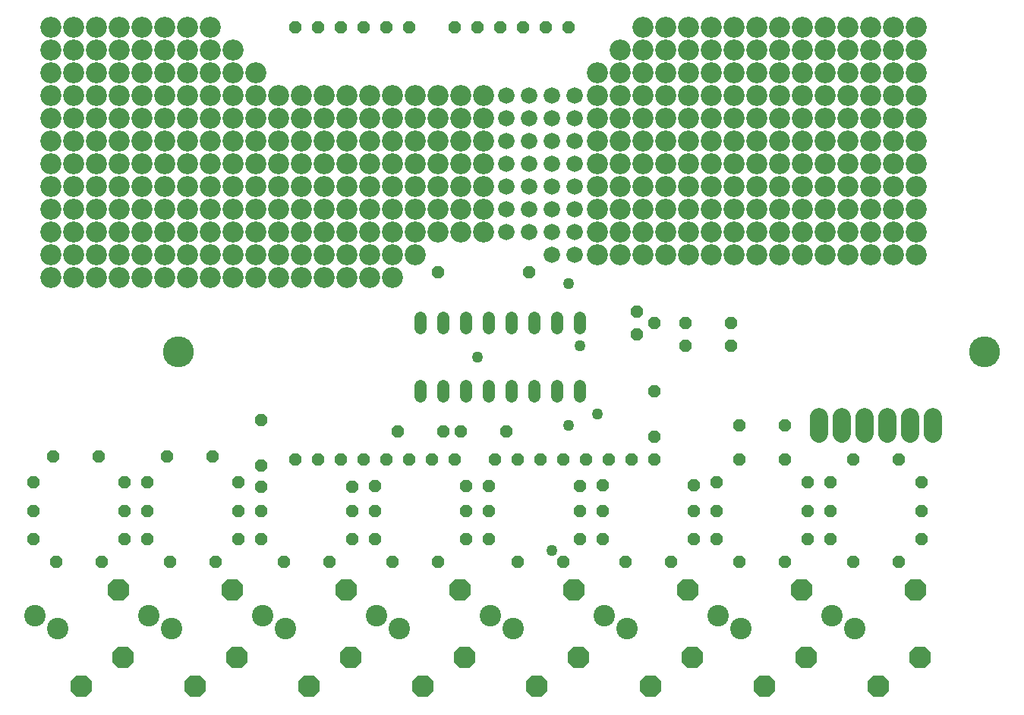
<source format=gbs>
G75*
G70*
%OFA0B0*%
%FSLAX24Y24*%
%IPPOS*%
%LPD*%
%AMOC8*
5,1,8,0,0,1.08239X$1,22.5*
%
%ADD10OC8,0.0945*%
%ADD11C,0.0945*%
%ADD12OC8,0.0540*%
%ADD13C,0.0540*%
%ADD14C,0.0800*%
%ADD15OC8,0.0560*%
%ADD16C,0.1360*%
%ADD17C,0.0496*%
%ADD18C,0.0920*%
%ADD19C,0.0720*%
D10*
X005031Y002368D03*
X006881Y003648D03*
X010031Y002368D03*
X011881Y003648D03*
X015031Y002368D03*
X016881Y003648D03*
X020031Y002368D03*
X021881Y003648D03*
X025031Y002368D03*
X026881Y003648D03*
X030031Y002368D03*
X031881Y003648D03*
X035031Y002368D03*
X036881Y003648D03*
X040031Y002368D03*
X041881Y003648D03*
X041671Y006598D03*
X036671Y006598D03*
X031671Y006598D03*
X026671Y006598D03*
X021671Y006598D03*
X016671Y006598D03*
X011671Y006598D03*
X006671Y006598D03*
D11*
X008021Y005458D03*
X009011Y004908D03*
X013021Y005458D03*
X014011Y004908D03*
X018021Y005458D03*
X019011Y004908D03*
X023021Y005458D03*
X024011Y004908D03*
X028021Y005458D03*
X029011Y004908D03*
X033021Y005458D03*
X034011Y004908D03*
X038021Y005458D03*
X039011Y004908D03*
X004011Y004908D03*
X003021Y005458D03*
D12*
X003951Y007838D03*
X002951Y008838D03*
X002951Y010088D03*
X002951Y011338D03*
X003826Y012463D03*
X005826Y012463D03*
X006951Y011338D03*
X007951Y011338D03*
X007951Y010088D03*
X006951Y010088D03*
X006951Y008838D03*
X007951Y008838D03*
X008951Y007838D03*
X010951Y007838D03*
X011951Y008838D03*
X012951Y008838D03*
X013939Y007838D03*
X015939Y007838D03*
X016951Y008838D03*
X017951Y008838D03*
X018701Y007838D03*
X020701Y007838D03*
X021951Y008838D03*
X022951Y008838D03*
X024201Y007838D03*
X026201Y007838D03*
X026951Y008838D03*
X027951Y008838D03*
X028951Y007838D03*
X030951Y007838D03*
X031951Y008838D03*
X032951Y008838D03*
X033951Y007838D03*
X035951Y007838D03*
X036951Y008838D03*
X037951Y008838D03*
X038951Y007838D03*
X040951Y007838D03*
X041951Y008838D03*
X041951Y010088D03*
X041951Y011338D03*
X040951Y012338D03*
X038951Y012338D03*
X037951Y011338D03*
X036951Y011338D03*
X036951Y010088D03*
X037951Y010088D03*
X035951Y012338D03*
X033951Y012338D03*
X032951Y011338D03*
X031951Y011213D03*
X031951Y010088D03*
X032951Y010088D03*
X030201Y013338D03*
X030201Y015338D03*
X031576Y017338D03*
X031576Y018338D03*
X030201Y018338D03*
X029451Y017838D03*
X029451Y018838D03*
X033576Y018338D03*
X033576Y017338D03*
X033951Y013838D03*
X035951Y013838D03*
X027951Y011213D03*
X026951Y011188D03*
X026951Y010088D03*
X027951Y010088D03*
X022951Y010088D03*
X021951Y010088D03*
X021951Y011188D03*
X022951Y011188D03*
X023701Y013588D03*
X021701Y013588D03*
X020951Y013588D03*
X018951Y013588D03*
X017951Y011188D03*
X016951Y011151D03*
X016951Y010088D03*
X017951Y010088D03*
X012951Y010088D03*
X011951Y010088D03*
X011951Y011338D03*
X012951Y011151D03*
X012951Y012088D03*
X010826Y012463D03*
X008826Y012463D03*
X012951Y014088D03*
X005951Y007838D03*
X020701Y020588D03*
X024701Y020588D03*
D13*
X024951Y018578D02*
X024951Y018098D01*
X023951Y018098D02*
X023951Y018578D01*
X022951Y018578D02*
X022951Y018098D01*
X021951Y018098D02*
X021951Y018578D01*
X020951Y018578D02*
X020951Y018098D01*
X019951Y018098D02*
X019951Y018578D01*
X019951Y015578D02*
X019951Y015098D01*
X020951Y015098D02*
X020951Y015578D01*
X021951Y015578D02*
X021951Y015098D01*
X022951Y015098D02*
X022951Y015578D01*
X023951Y015578D02*
X023951Y015098D01*
X024951Y015098D02*
X024951Y015578D01*
X025951Y015578D02*
X025951Y015098D01*
X026951Y015098D02*
X026951Y015578D01*
X026951Y018098D02*
X026951Y018578D01*
X025951Y018578D02*
X025951Y018098D01*
D14*
X037451Y014208D02*
X037451Y013468D01*
X038451Y013468D02*
X038451Y014208D01*
X039451Y014208D02*
X039451Y013468D01*
X040451Y013468D02*
X040451Y014208D01*
X041451Y014208D02*
X041451Y013468D01*
X042451Y013468D02*
X042451Y014208D01*
D15*
X030201Y012338D03*
X029201Y012338D03*
X028201Y012338D03*
X027201Y012338D03*
X026201Y012338D03*
X025201Y012338D03*
X024201Y012338D03*
X023201Y012338D03*
X021451Y012338D03*
X020451Y012338D03*
X019451Y012338D03*
X018451Y012338D03*
X017451Y012338D03*
X016451Y012338D03*
X015451Y012338D03*
X014451Y012338D03*
X014451Y031338D03*
X015451Y031338D03*
X016451Y031338D03*
X017451Y031338D03*
X018451Y031338D03*
X019451Y031338D03*
X021451Y031338D03*
X022451Y031338D03*
X023451Y031338D03*
X024451Y031338D03*
X025451Y031338D03*
X026451Y031338D03*
D16*
X009301Y017088D03*
X044701Y017088D03*
D17*
X027701Y014338D03*
X026451Y013838D03*
X022451Y016838D03*
X026951Y017338D03*
X026451Y020088D03*
X025701Y008338D03*
D18*
X018701Y020338D03*
X017701Y020338D03*
X016701Y020338D03*
X015701Y020338D03*
X014701Y020338D03*
X013701Y020338D03*
X012701Y020338D03*
X011701Y020338D03*
X010701Y020338D03*
X009701Y020338D03*
X008701Y020338D03*
X007701Y020338D03*
X006701Y020338D03*
X005701Y020338D03*
X004701Y020338D03*
X003701Y020338D03*
X003701Y021338D03*
X004701Y021338D03*
X005701Y021338D03*
X006701Y021338D03*
X007701Y021338D03*
X008701Y021338D03*
X009701Y021338D03*
X010701Y021338D03*
X011701Y021338D03*
X012701Y021338D03*
X013701Y021338D03*
X014701Y021338D03*
X015701Y021338D03*
X016701Y021338D03*
X017701Y021338D03*
X018701Y021338D03*
X019701Y021338D03*
X019701Y022338D03*
X018701Y022338D03*
X017701Y022338D03*
X016701Y022338D03*
X015701Y022338D03*
X014701Y022338D03*
X013701Y022338D03*
X012701Y022338D03*
X011701Y022338D03*
X010701Y022338D03*
X009701Y022338D03*
X008701Y022338D03*
X007701Y022338D03*
X006701Y022338D03*
X005701Y022338D03*
X004701Y022338D03*
X003701Y022338D03*
X003701Y023338D03*
X004701Y023338D03*
X005701Y023338D03*
X006701Y023338D03*
X007701Y023338D03*
X008701Y023338D03*
X009701Y023338D03*
X010701Y023338D03*
X011701Y023338D03*
X012701Y023338D03*
X013701Y023338D03*
X014701Y023338D03*
X015701Y023338D03*
X016701Y023338D03*
X017701Y023338D03*
X018701Y023338D03*
X019701Y023338D03*
X020701Y023338D03*
X021701Y023338D03*
X022701Y023338D03*
X022701Y022338D03*
X021701Y022338D03*
X020701Y022338D03*
X020701Y024338D03*
X019701Y024338D03*
X018701Y024338D03*
X017701Y024338D03*
X016701Y024338D03*
X015701Y024338D03*
X014701Y024338D03*
X013701Y024338D03*
X012701Y024338D03*
X011701Y024338D03*
X010701Y024338D03*
X009701Y024338D03*
X008701Y024338D03*
X007701Y024338D03*
X006701Y024338D03*
X005701Y024338D03*
X004701Y024338D03*
X003701Y024338D03*
X003701Y025338D03*
X004701Y025338D03*
X005701Y025338D03*
X006701Y025338D03*
X007701Y025338D03*
X008701Y025338D03*
X009701Y025338D03*
X010701Y025338D03*
X011701Y025338D03*
X012701Y025338D03*
X013701Y025338D03*
X014701Y025338D03*
X015701Y025338D03*
X016701Y025338D03*
X017701Y025338D03*
X018701Y025338D03*
X019701Y025338D03*
X020701Y025338D03*
X021701Y025338D03*
X022701Y025338D03*
X022701Y024338D03*
X021701Y024338D03*
X021701Y026338D03*
X020701Y026338D03*
X019701Y026338D03*
X018701Y026338D03*
X017701Y026338D03*
X016701Y026338D03*
X015701Y026338D03*
X014701Y026338D03*
X013701Y026338D03*
X012701Y026338D03*
X011701Y026338D03*
X010701Y026338D03*
X009701Y026338D03*
X008701Y026338D03*
X007701Y026338D03*
X006701Y026338D03*
X005701Y026338D03*
X004701Y026338D03*
X003701Y026338D03*
X003701Y027338D03*
X004701Y027338D03*
X005701Y027338D03*
X006701Y027338D03*
X007701Y027338D03*
X008701Y027338D03*
X009701Y027338D03*
X010701Y027338D03*
X011701Y027338D03*
X012701Y027338D03*
X013701Y027338D03*
X014701Y027338D03*
X015701Y027338D03*
X016701Y027338D03*
X017701Y027338D03*
X018701Y027338D03*
X019701Y027338D03*
X020701Y027338D03*
X021701Y027338D03*
X022701Y027338D03*
X022701Y026338D03*
X022701Y028338D03*
X021701Y028338D03*
X020701Y028338D03*
X019701Y028338D03*
X018701Y028338D03*
X017701Y028338D03*
X016701Y028338D03*
X015701Y028338D03*
X014701Y028338D03*
X013701Y028338D03*
X012701Y028338D03*
X011701Y028338D03*
X010701Y028338D03*
X009701Y028338D03*
X008701Y028338D03*
X007701Y028338D03*
X006701Y028338D03*
X005701Y028338D03*
X004701Y028338D03*
X003701Y028338D03*
X003701Y029338D03*
X004701Y029338D03*
X005701Y029338D03*
X006701Y029338D03*
X007701Y029338D03*
X008701Y029338D03*
X009701Y029338D03*
X010701Y029338D03*
X011701Y029338D03*
X012701Y029338D03*
X011701Y030338D03*
X010701Y030338D03*
X009701Y030338D03*
X008701Y030338D03*
X007701Y030338D03*
X006701Y030338D03*
X005701Y030338D03*
X004701Y030338D03*
X003701Y030338D03*
X003701Y031338D03*
X004701Y031338D03*
X005701Y031338D03*
X006701Y031338D03*
X007701Y031338D03*
X008701Y031338D03*
X009701Y031338D03*
X010701Y031338D03*
X027701Y029338D03*
X028701Y029338D03*
X029701Y029338D03*
X030701Y029338D03*
X031701Y029338D03*
X031701Y028338D03*
X030701Y028338D03*
X029701Y028338D03*
X028701Y028338D03*
X027701Y028338D03*
X027701Y027338D03*
X028701Y027338D03*
X029701Y027338D03*
X030701Y027338D03*
X031701Y027338D03*
X031701Y026338D03*
X030701Y026338D03*
X029701Y026338D03*
X028701Y026338D03*
X027701Y026338D03*
X027701Y025338D03*
X028701Y025338D03*
X029701Y025338D03*
X030701Y025338D03*
X031701Y025338D03*
X031701Y024338D03*
X030701Y024338D03*
X029701Y024338D03*
X028701Y024338D03*
X027701Y024338D03*
X027701Y023338D03*
X028701Y023338D03*
X029701Y023338D03*
X030701Y023338D03*
X031701Y023338D03*
X031701Y022338D03*
X030701Y022338D03*
X029701Y022338D03*
X028701Y022338D03*
X027701Y022338D03*
X027701Y021338D03*
X028701Y021338D03*
X029701Y021338D03*
X030701Y021338D03*
X031701Y021338D03*
X032701Y021338D03*
X033701Y021338D03*
X034701Y021338D03*
X035701Y021338D03*
X036701Y021338D03*
X037701Y021338D03*
X038701Y021338D03*
X039701Y021338D03*
X040701Y021338D03*
X041701Y021338D03*
X041701Y022338D03*
X040701Y022338D03*
X039701Y022338D03*
X038701Y022338D03*
X037701Y022338D03*
X036701Y022338D03*
X035701Y022338D03*
X034701Y022338D03*
X033701Y022338D03*
X032701Y022338D03*
X032701Y023338D03*
X033701Y023338D03*
X034701Y023338D03*
X035701Y023338D03*
X036701Y023338D03*
X037701Y023338D03*
X038701Y023338D03*
X039701Y023338D03*
X040701Y023338D03*
X041701Y023338D03*
X041701Y024338D03*
X040701Y024338D03*
X039701Y024338D03*
X038701Y024338D03*
X037701Y024338D03*
X036701Y024338D03*
X035701Y024338D03*
X034701Y024338D03*
X033701Y024338D03*
X032701Y024338D03*
X032701Y025338D03*
X033701Y025338D03*
X034701Y025338D03*
X035701Y025338D03*
X036701Y025338D03*
X037701Y025338D03*
X038701Y025338D03*
X039701Y025338D03*
X040701Y025338D03*
X041701Y025338D03*
X041701Y026338D03*
X040701Y026338D03*
X039701Y026338D03*
X038701Y026338D03*
X037701Y026338D03*
X036701Y026338D03*
X035701Y026338D03*
X034701Y026338D03*
X033701Y026338D03*
X032701Y026338D03*
X032701Y027338D03*
X033701Y027338D03*
X034701Y027338D03*
X035701Y027338D03*
X036701Y027338D03*
X037701Y027338D03*
X038701Y027338D03*
X039701Y027338D03*
X040701Y027338D03*
X041701Y027338D03*
X041701Y028338D03*
X040701Y028338D03*
X039701Y028338D03*
X038701Y028338D03*
X037701Y028338D03*
X036701Y028338D03*
X035701Y028338D03*
X034701Y028338D03*
X033701Y028338D03*
X032701Y028338D03*
X032701Y029338D03*
X033701Y029338D03*
X034701Y029338D03*
X035701Y029338D03*
X036701Y029338D03*
X037701Y029338D03*
X038701Y029338D03*
X039701Y029338D03*
X040701Y029338D03*
X041701Y029338D03*
X041701Y030338D03*
X040701Y030338D03*
X039701Y030338D03*
X038701Y030338D03*
X037701Y030338D03*
X036701Y030338D03*
X035701Y030338D03*
X034701Y030338D03*
X033701Y030338D03*
X032701Y030338D03*
X031701Y030338D03*
X030701Y030338D03*
X029701Y030338D03*
X028701Y030338D03*
X029701Y031338D03*
X030701Y031338D03*
X031701Y031338D03*
X032701Y031338D03*
X033701Y031338D03*
X034701Y031338D03*
X035701Y031338D03*
X036701Y031338D03*
X037701Y031338D03*
X038701Y031338D03*
X039701Y031338D03*
X040701Y031338D03*
X041701Y031338D03*
D19*
X026701Y028338D03*
X025701Y028338D03*
X024701Y028338D03*
X023701Y028338D03*
X023701Y027338D03*
X024701Y027338D03*
X025701Y027338D03*
X026701Y027338D03*
X026701Y026338D03*
X025701Y026338D03*
X024701Y026338D03*
X023701Y026338D03*
X023701Y025338D03*
X024701Y025338D03*
X025701Y025338D03*
X026701Y025338D03*
X026701Y024338D03*
X025701Y024338D03*
X024701Y024338D03*
X023701Y024338D03*
X023701Y023338D03*
X024701Y023338D03*
X025701Y023338D03*
X026701Y023338D03*
X026701Y022338D03*
X025701Y022338D03*
X024701Y022338D03*
X023701Y022338D03*
X025701Y021338D03*
X026701Y021338D03*
M02*

</source>
